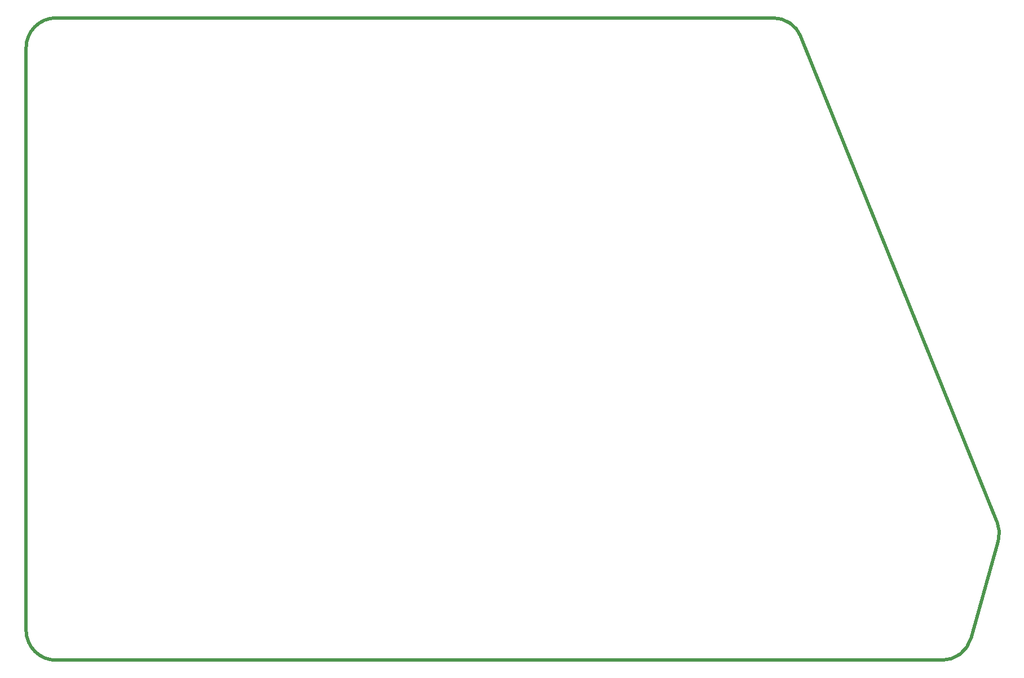
<source format=gko>
G04*
G04 #@! TF.GenerationSoftware,Altium Limited,Altium Designer,18.1.7 (191)*
G04*
G04 Layer_Color=16711935*
%FSLAX25Y25*%
%MOIN*%
G70*
G01*
G75*
%ADD36C,0.02000*%
D36*
X541483Y25D02*
G03*
X558570Y12971I0J17750D01*
G01*
X574688Y70298D02*
G03*
X574058Y81751I-17087J4804D01*
G01*
X458083Y368799D02*
G03*
X441625Y379900I-16457J-6649D01*
G01*
X17775D02*
G03*
X25Y362150I0J-17750D01*
G01*
Y17775D02*
G03*
X17775Y25I17750J0D01*
G01*
X541483D01*
X558570Y12971D02*
X558570D01*
X558570D02*
X574688Y70298D01*
X574058Y81751D02*
X574058D01*
X458083Y368799D02*
X574058Y81751D01*
X458083Y368799D02*
X458083D01*
X17775Y379900D02*
X441625D01*
X25Y17775D02*
Y362150D01*
M02*

</source>
